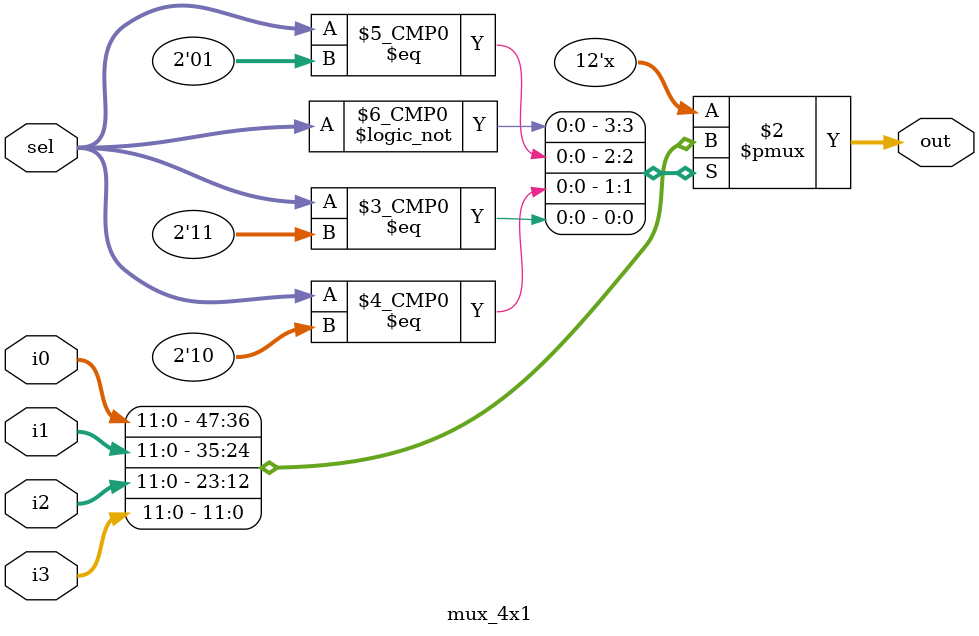
<source format=v>
module mux_4x1
(input [11:0] i0, i1, i2,i3,
input [1:0] sel,
output reg [11:0] out);

always @(*)
	
	case(sel)
	
		2'b00: out= i0;
		2'b01: out= i1;
		2'b10: out= i2;
		2'b11: out= i3;
		default: out=i0;
		
endcase
	
	
	
 endmodule

</source>
